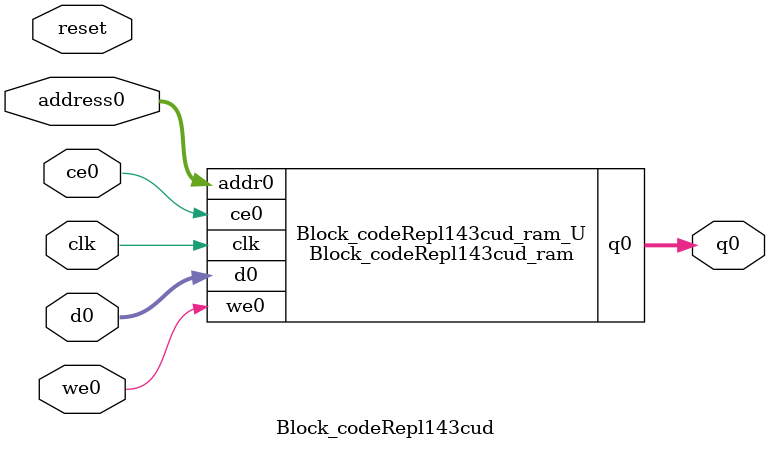
<source format=v>
`timescale 1 ns / 1 ps
module Block_codeRepl143cud_ram (addr0, ce0, d0, we0, q0,  clk);

parameter DWIDTH = 8;
parameter AWIDTH = 10;
parameter MEM_SIZE = 966;

input[AWIDTH-1:0] addr0;
input ce0;
input[DWIDTH-1:0] d0;
input we0;
output reg[DWIDTH-1:0] q0;
input clk;

(* ram_style = "block" *)reg [DWIDTH-1:0] ram[0:MEM_SIZE-1];




always @(posedge clk)  
begin 
    if (ce0) begin
        if (we0) 
            ram[addr0] <= d0; 
        q0 <= ram[addr0];
    end
end


endmodule

`timescale 1 ns / 1 ps
module Block_codeRepl143cud(
    reset,
    clk,
    address0,
    ce0,
    we0,
    d0,
    q0);

parameter DataWidth = 32'd8;
parameter AddressRange = 32'd966;
parameter AddressWidth = 32'd10;
input reset;
input clk;
input[AddressWidth - 1:0] address0;
input ce0;
input we0;
input[DataWidth - 1:0] d0;
output[DataWidth - 1:0] q0;



Block_codeRepl143cud_ram Block_codeRepl143cud_ram_U(
    .clk( clk ),
    .addr0( address0 ),
    .ce0( ce0 ),
    .we0( we0 ),
    .d0( d0 ),
    .q0( q0 ));

endmodule


</source>
